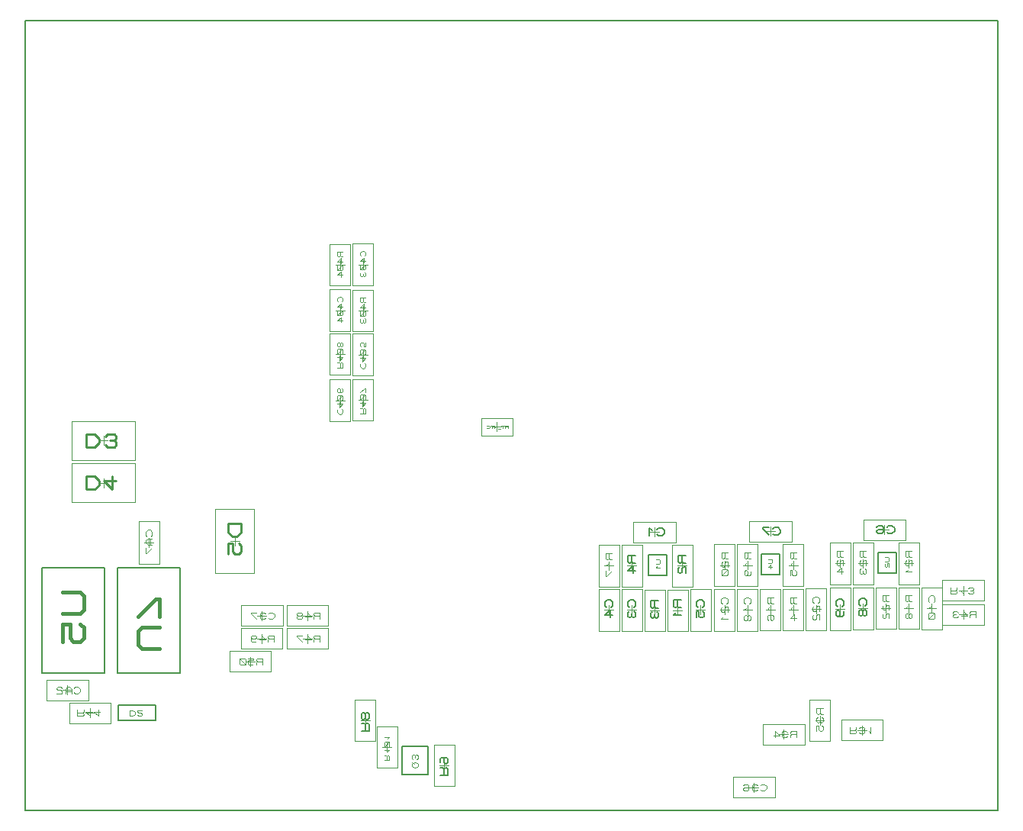
<source format=gbr>
G04 PROTEUS GERBER X2 FILE*
%TF.GenerationSoftware,Labcenter,Proteus,8.7-SP3-Build25561*%
%TF.CreationDate,2021-07-04T19:39:20+00:00*%
%TF.FileFunction,AssemblyDrawing,Bot*%
%TF.FilePolarity,Positive*%
%TF.Part,Single*%
%TF.SameCoordinates,{804bfe34-88de-486f-8887-f5b9ed786e22}*%
%FSLAX45Y45*%
%MOMM*%
G01*
%TA.AperFunction,Profile*%
%ADD42C,0.203200*%
%TA.AperFunction,Material*%
%ADD119C,0.050000*%
%ADD132C,0.095000*%
%ADD127C,0.093000*%
%ADD48C,0.203200*%
%ADD117C,0.389040*%
%ADD124C,0.118750*%
%ADD147C,0.100580*%
%ADD120C,0.116250*%
%ADD148C,0.050710*%
%ADD133C,0.141000*%
%ADD134C,0.103290*%
%ADD149C,0.238330*%
%ADD150C,0.076660*%
%TD.AperFunction*%
D42*
X-1079500Y-6413500D02*
X+9715500Y-6413500D01*
X+9715500Y+2349500D01*
X-1079500Y+2349500D01*
X-1079500Y-6413500D01*
D119*
X+2528000Y-631000D02*
X+2528000Y-1101000D01*
X+2298000Y-1101000D01*
X+2298000Y-631000D01*
X+2528000Y-631000D01*
X+2363000Y-866000D02*
X+2463000Y-866000D01*
X+2413000Y-916000D02*
X+2413000Y-816000D01*
D132*
X+2432000Y-771000D02*
X+2441500Y-761500D01*
X+2441500Y-733000D01*
X+2422500Y-714000D01*
X+2403500Y-714000D01*
X+2384500Y-733000D01*
X+2384500Y-761500D01*
X+2394000Y-771000D01*
X+2422500Y-847000D02*
X+2422500Y-790000D01*
X+2384500Y-828000D01*
X+2441500Y-828000D01*
X+2432000Y-866000D02*
X+2394000Y-866000D01*
X+2384500Y-875500D01*
X+2384500Y-913500D01*
X+2394000Y-923000D01*
X+2432000Y-923000D01*
X+2441500Y-913500D01*
X+2441500Y-875500D01*
X+2432000Y-866000D01*
X+2441500Y-866000D02*
X+2384500Y-923000D01*
X+2422500Y-999000D02*
X+2422500Y-942000D01*
X+2384500Y-980000D01*
X+2441500Y-980000D01*
D119*
X+2528000Y-133000D02*
X+2528000Y-593000D01*
X+2298000Y-593000D01*
X+2298000Y-133000D01*
X+2528000Y-133000D01*
X+2363000Y-363000D02*
X+2463000Y-363000D01*
X+2413000Y-413000D02*
X+2413000Y-313000D01*
D127*
X+2440900Y-214200D02*
X+2385100Y-214200D01*
X+2385100Y-260700D01*
X+2394400Y-270000D01*
X+2403700Y-270000D01*
X+2413000Y-260700D01*
X+2413000Y-214200D01*
X+2413000Y-260700D02*
X+2422300Y-270000D01*
X+2440900Y-270000D01*
X+2422300Y-344400D02*
X+2422300Y-288600D01*
X+2385100Y-325800D01*
X+2440900Y-325800D01*
X+2431600Y-363000D02*
X+2394400Y-363000D01*
X+2385100Y-372300D01*
X+2385100Y-409500D01*
X+2394400Y-418800D01*
X+2431600Y-418800D01*
X+2440900Y-409500D01*
X+2440900Y-372300D01*
X+2431600Y-363000D01*
X+2440900Y-363000D02*
X+2385100Y-418800D01*
X+2422300Y-493200D02*
X+2422300Y-437400D01*
X+2385100Y-474600D01*
X+2440900Y-474600D01*
D119*
X+2782000Y-123000D02*
X+2782000Y-593000D01*
X+2552000Y-593000D01*
X+2552000Y-123000D01*
X+2782000Y-123000D01*
X+2617000Y-358000D02*
X+2717000Y-358000D01*
X+2667000Y-408000D02*
X+2667000Y-308000D01*
D132*
X+2686000Y-263000D02*
X+2695500Y-253500D01*
X+2695500Y-225000D01*
X+2676500Y-206000D01*
X+2657500Y-206000D01*
X+2638500Y-225000D01*
X+2638500Y-253500D01*
X+2648000Y-263000D01*
X+2676500Y-339000D02*
X+2676500Y-282000D01*
X+2638500Y-320000D01*
X+2695500Y-320000D01*
X+2686000Y-358000D02*
X+2648000Y-358000D01*
X+2638500Y-367500D01*
X+2638500Y-405500D01*
X+2648000Y-415000D01*
X+2686000Y-415000D01*
X+2695500Y-405500D01*
X+2695500Y-367500D01*
X+2686000Y-358000D01*
X+2695500Y-358000D02*
X+2638500Y-415000D01*
X+2648000Y-443500D02*
X+2638500Y-453000D01*
X+2638500Y-481500D01*
X+2648000Y-491000D01*
X+2657500Y-491000D01*
X+2667000Y-481500D01*
X+2676500Y-491000D01*
X+2686000Y-491000D01*
X+2695500Y-481500D01*
X+2695500Y-453000D01*
X+2686000Y-443500D01*
X+2667000Y-462500D02*
X+2667000Y-481500D01*
D119*
X+2782000Y-641000D02*
X+2782000Y-1101000D01*
X+2552000Y-1101000D01*
X+2552000Y-641000D01*
X+2782000Y-641000D01*
X+2617000Y-871000D02*
X+2717000Y-871000D01*
X+2667000Y-921000D02*
X+2667000Y-821000D01*
D127*
X+2694900Y-722200D02*
X+2639100Y-722200D01*
X+2639100Y-768700D01*
X+2648400Y-778000D01*
X+2657700Y-778000D01*
X+2667000Y-768700D01*
X+2667000Y-722200D01*
X+2667000Y-768700D02*
X+2676300Y-778000D01*
X+2694900Y-778000D01*
X+2676300Y-852400D02*
X+2676300Y-796600D01*
X+2639100Y-833800D01*
X+2694900Y-833800D01*
X+2685600Y-871000D02*
X+2648400Y-871000D01*
X+2639100Y-880300D01*
X+2639100Y-917500D01*
X+2648400Y-926800D01*
X+2685600Y-926800D01*
X+2694900Y-917500D01*
X+2694900Y-880300D01*
X+2685600Y-871000D01*
X+2694900Y-871000D02*
X+2639100Y-926800D01*
X+2648400Y-954700D02*
X+2639100Y-964000D01*
X+2639100Y-991900D01*
X+2648400Y-1001200D01*
X+2657700Y-1001200D01*
X+2667000Y-991900D01*
X+2676300Y-1001200D01*
X+2685600Y-1001200D01*
X+2694900Y-991900D01*
X+2694900Y-964000D01*
X+2685600Y-954700D01*
X+2667000Y-973300D02*
X+2667000Y-991900D01*
D48*
X-895350Y-4889500D02*
X-196850Y-4889500D01*
X-196850Y-3722370D01*
X-895350Y-3722370D01*
X-895350Y-4889500D01*
D117*
X-662813Y-3994701D02*
X-468291Y-3994701D01*
X-429387Y-4033605D01*
X-429387Y-4189222D01*
X-468291Y-4228126D01*
X-662813Y-4228126D01*
X-662813Y-4539360D02*
X-662813Y-4344839D01*
X-585004Y-4344839D01*
X-585004Y-4500456D01*
X-546100Y-4539360D01*
X-468291Y-4539360D01*
X-429387Y-4500456D01*
X-429387Y-4383743D01*
X-468291Y-4344839D01*
D48*
X-57150Y-4889500D02*
X+641350Y-4889500D01*
X+641350Y-3722370D01*
X-57150Y-3722370D01*
X-57150Y-4889500D01*
D117*
X+408813Y-4617169D02*
X+214291Y-4617169D01*
X+175387Y-4578265D01*
X+175387Y-4422648D01*
X+214291Y-4383744D01*
X+408813Y-4383744D01*
X+408813Y-4267031D02*
X+408813Y-4072510D01*
X+369909Y-4072510D01*
X+175387Y-4267031D01*
D119*
X-377000Y-5195000D02*
X-847000Y-5195000D01*
X-847000Y-4965000D01*
X-377000Y-4965000D01*
X-377000Y-5195000D01*
X-612000Y-5030000D02*
X-612000Y-5130000D01*
X-662000Y-5080000D02*
X-562000Y-5080000D01*
D124*
X-540750Y-5103750D02*
X-528875Y-5115625D01*
X-493250Y-5115625D01*
X-469500Y-5091875D01*
X-469500Y-5068125D01*
X-493250Y-5044375D01*
X-528875Y-5044375D01*
X-540750Y-5056250D01*
X-564500Y-5115625D02*
X-564500Y-5068125D01*
X-588250Y-5044375D01*
X-612000Y-5044375D01*
X-635750Y-5068125D01*
X-635750Y-5115625D01*
X-564500Y-5091875D02*
X-635750Y-5091875D01*
X-671375Y-5056250D02*
X-683250Y-5044375D01*
X-718875Y-5044375D01*
X-730750Y-5056250D01*
X-730750Y-5068125D01*
X-718875Y-5080000D01*
X-683250Y-5080000D01*
X-671375Y-5091875D01*
X-671375Y-5115625D01*
X-730750Y-5115625D01*
D119*
X+407100Y-3209100D02*
X+407100Y-3679100D01*
X+177100Y-3679100D01*
X+177100Y-3209100D01*
X+407100Y-3209100D01*
X+242100Y-3444100D02*
X+342100Y-3444100D01*
X+292100Y-3494100D02*
X+292100Y-3394100D01*
D124*
X+315850Y-3372850D02*
X+327725Y-3360975D01*
X+327725Y-3325350D01*
X+303975Y-3301600D01*
X+280225Y-3301600D01*
X+256475Y-3325350D01*
X+256475Y-3360975D01*
X+268350Y-3372850D01*
X+327725Y-3396600D02*
X+280225Y-3396600D01*
X+256475Y-3420350D01*
X+256475Y-3444100D01*
X+280225Y-3467850D01*
X+327725Y-3467850D01*
X+303975Y-3396600D02*
X+303975Y-3467850D01*
X+256475Y-3503475D02*
X+256475Y-3562850D01*
X+268350Y-3562850D01*
X+327725Y-3503475D01*
D119*
X+2782000Y-1121500D02*
X+2782000Y-1591500D01*
X+2552000Y-1591500D01*
X+2552000Y-1121500D01*
X+2782000Y-1121500D01*
X+2617000Y-1356500D02*
X+2717000Y-1356500D01*
X+2667000Y-1406500D02*
X+2667000Y-1306500D01*
D132*
X+2648000Y-1451500D02*
X+2638500Y-1461000D01*
X+2638500Y-1489500D01*
X+2657500Y-1508500D01*
X+2676500Y-1508500D01*
X+2695500Y-1489500D01*
X+2695500Y-1461000D01*
X+2686000Y-1451500D01*
X+2657500Y-1375500D02*
X+2657500Y-1432500D01*
X+2695500Y-1394500D01*
X+2638500Y-1394500D01*
X+2648000Y-1356500D02*
X+2686000Y-1356500D01*
X+2695500Y-1347000D01*
X+2695500Y-1309000D01*
X+2686000Y-1299500D01*
X+2648000Y-1299500D01*
X+2638500Y-1309000D01*
X+2638500Y-1347000D01*
X+2648000Y-1356500D01*
X+2638500Y-1356500D02*
X+2695500Y-1299500D01*
X+2695500Y-1223500D02*
X+2695500Y-1271000D01*
X+2676500Y-1271000D01*
X+2676500Y-1233000D01*
X+2667000Y-1223500D01*
X+2648000Y-1223500D01*
X+2638500Y-1233000D01*
X+2638500Y-1261500D01*
X+2648000Y-1271000D01*
D119*
X+2528000Y-1629500D02*
X+2528000Y-2099500D01*
X+2298000Y-2099500D01*
X+2298000Y-1629500D01*
X+2528000Y-1629500D01*
X+2363000Y-1864500D02*
X+2463000Y-1864500D01*
X+2413000Y-1914500D02*
X+2413000Y-1814500D01*
D132*
X+2394000Y-1959500D02*
X+2384500Y-1969000D01*
X+2384500Y-1997500D01*
X+2403500Y-2016500D01*
X+2422500Y-2016500D01*
X+2441500Y-1997500D01*
X+2441500Y-1969000D01*
X+2432000Y-1959500D01*
X+2403500Y-1883500D02*
X+2403500Y-1940500D01*
X+2441500Y-1902500D01*
X+2384500Y-1902500D01*
X+2394000Y-1864500D02*
X+2432000Y-1864500D01*
X+2441500Y-1855000D01*
X+2441500Y-1817000D01*
X+2432000Y-1807500D01*
X+2394000Y-1807500D01*
X+2384500Y-1817000D01*
X+2384500Y-1855000D01*
X+2394000Y-1864500D01*
X+2384500Y-1864500D02*
X+2441500Y-1807500D01*
X+2432000Y-1731500D02*
X+2441500Y-1741000D01*
X+2441500Y-1769500D01*
X+2432000Y-1779000D01*
X+2394000Y-1779000D01*
X+2384500Y-1769500D01*
X+2384500Y-1741000D01*
X+2394000Y-1731500D01*
X+2403500Y-1731500D01*
X+2413000Y-1741000D01*
X+2413000Y-1779000D01*
D119*
X+2782000Y-1629500D02*
X+2782000Y-2089500D01*
X+2552000Y-2089500D01*
X+2552000Y-1629500D01*
X+2782000Y-1629500D01*
X+2617000Y-1859500D02*
X+2717000Y-1859500D01*
X+2667000Y-1909500D02*
X+2667000Y-1809500D01*
D127*
X+2639100Y-2008300D02*
X+2694900Y-2008300D01*
X+2694900Y-1961800D01*
X+2685600Y-1952500D01*
X+2676300Y-1952500D01*
X+2667000Y-1961800D01*
X+2667000Y-2008300D01*
X+2667000Y-1961800D02*
X+2657700Y-1952500D01*
X+2639100Y-1952500D01*
X+2657700Y-1878100D02*
X+2657700Y-1933900D01*
X+2694900Y-1896700D01*
X+2639100Y-1896700D01*
X+2648400Y-1859500D02*
X+2685600Y-1859500D01*
X+2694900Y-1850200D01*
X+2694900Y-1813000D01*
X+2685600Y-1803700D01*
X+2648400Y-1803700D01*
X+2639100Y-1813000D01*
X+2639100Y-1850200D01*
X+2648400Y-1859500D01*
X+2639100Y-1859500D02*
X+2694900Y-1803700D01*
X+2694900Y-1775800D02*
X+2694900Y-1729300D01*
X+2685600Y-1729300D01*
X+2639100Y-1775800D01*
D119*
X+2528000Y-1121500D02*
X+2528000Y-1581500D01*
X+2298000Y-1581500D01*
X+2298000Y-1121500D01*
X+2528000Y-1121500D01*
X+2363000Y-1351500D02*
X+2463000Y-1351500D01*
X+2413000Y-1401500D02*
X+2413000Y-1301500D01*
D127*
X+2385100Y-1500300D02*
X+2440900Y-1500300D01*
X+2440900Y-1453800D01*
X+2431600Y-1444500D01*
X+2422300Y-1444500D01*
X+2413000Y-1453800D01*
X+2413000Y-1500300D01*
X+2413000Y-1453800D02*
X+2403700Y-1444500D01*
X+2385100Y-1444500D01*
X+2403700Y-1370100D02*
X+2403700Y-1425900D01*
X+2440900Y-1388700D01*
X+2385100Y-1388700D01*
X+2394400Y-1351500D02*
X+2431600Y-1351500D01*
X+2440900Y-1342200D01*
X+2440900Y-1305000D01*
X+2431600Y-1295700D01*
X+2394400Y-1295700D01*
X+2385100Y-1305000D01*
X+2385100Y-1342200D01*
X+2394400Y-1351500D01*
X+2385100Y-1351500D02*
X+2440900Y-1295700D01*
X+2413000Y-1258500D02*
X+2422300Y-1267800D01*
X+2431600Y-1267800D01*
X+2440900Y-1258500D01*
X+2440900Y-1230600D01*
X+2431600Y-1221300D01*
X+2422300Y-1221300D01*
X+2413000Y-1230600D01*
X+2413000Y-1258500D01*
X+2403700Y-1267800D01*
X+2394400Y-1267800D01*
X+2385100Y-1258500D01*
X+2385100Y-1230600D01*
X+2394400Y-1221300D01*
X+2403700Y-1221300D01*
X+2413000Y-1230600D01*
D119*
X+7243000Y-6274500D02*
X+6773000Y-6274500D01*
X+6773000Y-6044500D01*
X+7243000Y-6044500D01*
X+7243000Y-6274500D01*
X+7008000Y-6109500D02*
X+7008000Y-6209500D01*
X+6958000Y-6159500D02*
X+7058000Y-6159500D01*
D124*
X+7079250Y-6183250D02*
X+7091125Y-6195125D01*
X+7126750Y-6195125D01*
X+7150500Y-6171375D01*
X+7150500Y-6147625D01*
X+7126750Y-6123875D01*
X+7091125Y-6123875D01*
X+7079250Y-6135750D01*
X+7043625Y-6135750D02*
X+7031750Y-6123875D01*
X+6996125Y-6123875D01*
X+6984250Y-6135750D01*
X+6984250Y-6147625D01*
X+6996125Y-6159500D01*
X+6984250Y-6171375D01*
X+6984250Y-6183250D01*
X+6996125Y-6195125D01*
X+7031750Y-6195125D01*
X+7043625Y-6183250D01*
X+7019875Y-6159500D02*
X+6996125Y-6159500D01*
X+6889250Y-6135750D02*
X+6901125Y-6123875D01*
X+6936750Y-6123875D01*
X+6948625Y-6135750D01*
X+6948625Y-6183250D01*
X+6936750Y-6195125D01*
X+6901125Y-6195125D01*
X+6889250Y-6183250D01*
X+6889250Y-6171375D01*
X+6901125Y-6159500D01*
X+6948625Y-6159500D01*
D119*
X+1782000Y-4369500D02*
X+1312000Y-4369500D01*
X+1312000Y-4139500D01*
X+1782000Y-4139500D01*
X+1782000Y-4369500D01*
X+1547000Y-4204500D02*
X+1547000Y-4304500D01*
X+1497000Y-4254500D02*
X+1597000Y-4254500D01*
D124*
X+1618250Y-4278250D02*
X+1630125Y-4290125D01*
X+1665750Y-4290125D01*
X+1689500Y-4266375D01*
X+1689500Y-4242625D01*
X+1665750Y-4218875D01*
X+1630125Y-4218875D01*
X+1618250Y-4230750D01*
X+1582625Y-4230750D02*
X+1570750Y-4218875D01*
X+1535125Y-4218875D01*
X+1523250Y-4230750D01*
X+1523250Y-4242625D01*
X+1535125Y-4254500D01*
X+1523250Y-4266375D01*
X+1523250Y-4278250D01*
X+1535125Y-4290125D01*
X+1570750Y-4290125D01*
X+1582625Y-4278250D01*
X+1558875Y-4254500D02*
X+1535125Y-4254500D01*
X+1487625Y-4218875D02*
X+1428250Y-4218875D01*
X+1428250Y-4230750D01*
X+1487625Y-4290125D01*
D48*
X-50800Y-5417820D02*
X+365760Y-5417820D01*
X+365760Y-5250180D01*
X-50800Y-5250180D01*
X-50800Y-5417820D01*
D147*
X+77013Y-5303824D02*
X+77013Y-5364175D01*
X+117246Y-5364175D01*
X+137363Y-5344058D01*
X+137363Y-5323941D01*
X+117246Y-5303824D01*
X+77013Y-5303824D01*
X+167538Y-5354116D02*
X+177596Y-5364175D01*
X+207771Y-5364175D01*
X+217830Y-5354116D01*
X+217830Y-5344058D01*
X+207771Y-5334000D01*
X+177596Y-5334000D01*
X+167538Y-5323941D01*
X+167538Y-5303824D01*
X+217830Y-5303824D01*
D119*
X+7979500Y-5409500D02*
X+8439500Y-5409500D01*
X+8439500Y-5639500D01*
X+7979500Y-5639500D01*
X+7979500Y-5409500D01*
X+8209500Y-5574500D02*
X+8209500Y-5474500D01*
X+8259500Y-5524500D02*
X+8159500Y-5524500D01*
D120*
X+8070000Y-5489625D02*
X+8070000Y-5559375D01*
X+8128125Y-5559375D01*
X+8139750Y-5547750D01*
X+8139750Y-5536125D01*
X+8128125Y-5524500D01*
X+8070000Y-5524500D01*
X+8128125Y-5524500D02*
X+8139750Y-5512875D01*
X+8139750Y-5489625D01*
X+8174625Y-5547750D02*
X+8186250Y-5559375D01*
X+8221125Y-5559375D01*
X+8232750Y-5547750D01*
X+8232750Y-5536125D01*
X+8221125Y-5524500D01*
X+8232750Y-5512875D01*
X+8232750Y-5501250D01*
X+8221125Y-5489625D01*
X+8186250Y-5489625D01*
X+8174625Y-5501250D01*
X+8197875Y-5524500D02*
X+8221125Y-5524500D01*
X+8279250Y-5536125D02*
X+8302500Y-5559375D01*
X+8302500Y-5489625D01*
D119*
X+7108500Y-5455499D02*
X+7568500Y-5455499D01*
X+7568500Y-5685499D01*
X+7108500Y-5685499D01*
X+7108500Y-5455499D01*
X+7338500Y-5620499D02*
X+7338500Y-5520499D01*
X+7388500Y-5570499D02*
X+7288500Y-5570499D01*
D120*
X+7478000Y-5605374D02*
X+7478000Y-5535624D01*
X+7419875Y-5535624D01*
X+7408250Y-5547249D01*
X+7408250Y-5558874D01*
X+7419875Y-5570499D01*
X+7478000Y-5570499D01*
X+7419875Y-5570499D02*
X+7408250Y-5582124D01*
X+7408250Y-5605374D01*
X+7373375Y-5547249D02*
X+7361750Y-5535624D01*
X+7326875Y-5535624D01*
X+7315250Y-5547249D01*
X+7315250Y-5558874D01*
X+7326875Y-5570499D01*
X+7315250Y-5582124D01*
X+7315250Y-5593749D01*
X+7326875Y-5605374D01*
X+7361750Y-5605374D01*
X+7373375Y-5593749D01*
X+7350125Y-5570499D02*
X+7326875Y-5570499D01*
X+7222250Y-5582124D02*
X+7292000Y-5582124D01*
X+7245500Y-5535624D01*
X+7245500Y-5605374D01*
D119*
X+7622500Y-5645500D02*
X+7622500Y-5185500D01*
X+7852500Y-5185500D01*
X+7852500Y-5645500D01*
X+7622500Y-5645500D01*
X+7787500Y-5415500D02*
X+7687500Y-5415500D01*
X+7737500Y-5365500D02*
X+7737500Y-5465500D01*
D120*
X+7772375Y-5276000D02*
X+7702625Y-5276000D01*
X+7702625Y-5334125D01*
X+7714250Y-5345750D01*
X+7725875Y-5345750D01*
X+7737500Y-5334125D01*
X+7737500Y-5276000D01*
X+7737500Y-5334125D02*
X+7749125Y-5345750D01*
X+7772375Y-5345750D01*
X+7714250Y-5380625D02*
X+7702625Y-5392250D01*
X+7702625Y-5427125D01*
X+7714250Y-5438750D01*
X+7725875Y-5438750D01*
X+7737500Y-5427125D01*
X+7749125Y-5438750D01*
X+7760750Y-5438750D01*
X+7772375Y-5427125D01*
X+7772375Y-5392250D01*
X+7760750Y-5380625D01*
X+7737500Y-5403875D02*
X+7737500Y-5427125D01*
X+7702625Y-5531750D02*
X+7702625Y-5473625D01*
X+7725875Y-5473625D01*
X+7725875Y-5520125D01*
X+7737500Y-5531750D01*
X+7760750Y-5531750D01*
X+7772375Y-5520125D01*
X+7772375Y-5485250D01*
X+7760750Y-5473625D01*
D119*
X+9099200Y-4126800D02*
X+9559200Y-4126800D01*
X+9559200Y-4356800D01*
X+9099200Y-4356800D01*
X+9099200Y-4126800D01*
X+9329200Y-4291800D02*
X+9329200Y-4191800D01*
X+9379200Y-4241800D02*
X+9279200Y-4241800D01*
D120*
X+9468700Y-4276675D02*
X+9468700Y-4206925D01*
X+9410575Y-4206925D01*
X+9398950Y-4218550D01*
X+9398950Y-4230175D01*
X+9410575Y-4241800D01*
X+9468700Y-4241800D01*
X+9410575Y-4241800D02*
X+9398950Y-4253425D01*
X+9398950Y-4276675D01*
X+9305950Y-4253425D02*
X+9375700Y-4253425D01*
X+9329200Y-4206925D01*
X+9329200Y-4276675D01*
X+9271075Y-4218550D02*
X+9259450Y-4206925D01*
X+9224575Y-4206925D01*
X+9212950Y-4218550D01*
X+9212950Y-4230175D01*
X+9224575Y-4241800D01*
X+9212950Y-4253425D01*
X+9212950Y-4265050D01*
X+9224575Y-4276675D01*
X+9259450Y-4276675D01*
X+9271075Y-4265050D01*
X+9247825Y-4241800D02*
X+9224575Y-4241800D01*
D119*
X-133000Y-5449000D02*
X-593000Y-5449000D01*
X-593000Y-5219000D01*
X-133000Y-5219000D01*
X-133000Y-5449000D01*
X-363000Y-5284000D02*
X-363000Y-5384000D01*
X-413000Y-5334000D02*
X-313000Y-5334000D01*
D120*
X-502500Y-5299125D02*
X-502500Y-5368875D01*
X-444375Y-5368875D01*
X-432750Y-5357250D01*
X-432750Y-5345625D01*
X-444375Y-5334000D01*
X-502500Y-5334000D01*
X-444375Y-5334000D02*
X-432750Y-5322375D01*
X-432750Y-5299125D01*
X-339750Y-5322375D02*
X-409500Y-5322375D01*
X-363000Y-5368875D01*
X-363000Y-5299125D01*
X-246750Y-5322375D02*
X-316500Y-5322375D01*
X-270000Y-5368875D01*
X-270000Y-5299125D01*
D119*
X+1820000Y-4393500D02*
X+2280000Y-4393500D01*
X+2280000Y-4623500D01*
X+1820000Y-4623500D01*
X+1820000Y-4393500D01*
X+2050000Y-4558500D02*
X+2050000Y-4458500D01*
X+2100000Y-4508500D02*
X+2000000Y-4508500D01*
D120*
X+2189500Y-4543375D02*
X+2189500Y-4473625D01*
X+2131375Y-4473625D01*
X+2119750Y-4485250D01*
X+2119750Y-4496875D01*
X+2131375Y-4508500D01*
X+2189500Y-4508500D01*
X+2131375Y-4508500D02*
X+2119750Y-4520125D01*
X+2119750Y-4543375D01*
X+2026750Y-4520125D02*
X+2096500Y-4520125D01*
X+2050000Y-4473625D01*
X+2050000Y-4543375D01*
X+1991875Y-4473625D02*
X+1933750Y-4473625D01*
X+1933750Y-4485250D01*
X+1991875Y-4543375D01*
D119*
X+1820000Y-4139500D02*
X+2280000Y-4139500D01*
X+2280000Y-4369500D01*
X+1820000Y-4369500D01*
X+1820000Y-4139500D01*
X+2050000Y-4304500D02*
X+2050000Y-4204500D01*
X+2100000Y-4254500D02*
X+2000000Y-4254500D01*
D120*
X+2189500Y-4289375D02*
X+2189500Y-4219625D01*
X+2131375Y-4219625D01*
X+2119750Y-4231250D01*
X+2119750Y-4242875D01*
X+2131375Y-4254500D01*
X+2189500Y-4254500D01*
X+2131375Y-4254500D02*
X+2119750Y-4266125D01*
X+2119750Y-4289375D01*
X+2026750Y-4266125D02*
X+2096500Y-4266125D01*
X+2050000Y-4219625D01*
X+2050000Y-4289375D01*
X+1980250Y-4254500D02*
X+1991875Y-4242875D01*
X+1991875Y-4231250D01*
X+1980250Y-4219625D01*
X+1945375Y-4219625D01*
X+1933750Y-4231250D01*
X+1933750Y-4242875D01*
X+1945375Y-4254500D01*
X+1980250Y-4254500D01*
X+1991875Y-4266125D01*
X+1991875Y-4277750D01*
X+1980250Y-4289375D01*
X+1945375Y-4289375D01*
X+1933750Y-4277750D01*
X+1933750Y-4266125D01*
X+1945375Y-4254500D01*
D119*
X+1312000Y-4393500D02*
X+1772000Y-4393500D01*
X+1772000Y-4623500D01*
X+1312000Y-4623500D01*
X+1312000Y-4393500D01*
X+1542000Y-4558500D02*
X+1542000Y-4458500D01*
X+1592000Y-4508500D02*
X+1492000Y-4508500D01*
D120*
X+1681500Y-4543375D02*
X+1681500Y-4473625D01*
X+1623375Y-4473625D01*
X+1611750Y-4485250D01*
X+1611750Y-4496875D01*
X+1623375Y-4508500D01*
X+1681500Y-4508500D01*
X+1623375Y-4508500D02*
X+1611750Y-4520125D01*
X+1611750Y-4543375D01*
X+1518750Y-4520125D02*
X+1588500Y-4520125D01*
X+1542000Y-4473625D01*
X+1542000Y-4543375D01*
X+1425750Y-4496875D02*
X+1437375Y-4508500D01*
X+1472250Y-4508500D01*
X+1483875Y-4496875D01*
X+1483875Y-4485250D01*
X+1472250Y-4473625D01*
X+1437375Y-4473625D01*
X+1425750Y-4485250D01*
X+1425750Y-4531750D01*
X+1437375Y-4543375D01*
X+1472250Y-4543375D01*
D119*
X+1645000Y-4877500D02*
X+1185000Y-4877500D01*
X+1185000Y-4647500D01*
X+1645000Y-4647500D01*
X+1645000Y-4877500D01*
X+1415000Y-4712500D02*
X+1415000Y-4812500D01*
X+1365000Y-4762500D02*
X+1465000Y-4762500D01*
D120*
X+1554500Y-4797375D02*
X+1554500Y-4727625D01*
X+1496375Y-4727625D01*
X+1484750Y-4739250D01*
X+1484750Y-4750875D01*
X+1496375Y-4762500D01*
X+1554500Y-4762500D01*
X+1496375Y-4762500D02*
X+1484750Y-4774125D01*
X+1484750Y-4797375D01*
X+1391750Y-4727625D02*
X+1449875Y-4727625D01*
X+1449875Y-4750875D01*
X+1403375Y-4750875D01*
X+1391750Y-4762500D01*
X+1391750Y-4785750D01*
X+1403375Y-4797375D01*
X+1438250Y-4797375D01*
X+1449875Y-4785750D01*
X+1368500Y-4785750D02*
X+1368500Y-4739250D01*
X+1356875Y-4727625D01*
X+1310375Y-4727625D01*
X+1298750Y-4739250D01*
X+1298750Y-4785750D01*
X+1310375Y-4797375D01*
X+1356875Y-4797375D01*
X+1368500Y-4785750D01*
X+1368500Y-4797375D02*
X+1298750Y-4727625D01*
D119*
X+3979500Y-2059000D02*
X+4329500Y-2059000D01*
X+4329500Y-2259000D01*
X+3979500Y-2259000D01*
X+3979500Y-2059000D01*
X+4154500Y-2209000D02*
X+4154500Y-2109000D01*
X+4204500Y-2159000D02*
X+4104500Y-2159000D01*
D148*
X+4276213Y-2174215D02*
X+4276213Y-2143786D01*
X+4250857Y-2143786D01*
X+4245785Y-2148858D01*
X+4245785Y-2153929D01*
X+4250857Y-2159000D01*
X+4276213Y-2159000D01*
X+4250857Y-2159000D02*
X+4245785Y-2164072D01*
X+4245785Y-2174215D01*
X+4235642Y-2143786D02*
X+4205214Y-2143786D01*
X+4220428Y-2143786D02*
X+4220428Y-2174215D01*
X+4195071Y-2179286D02*
X+4164643Y-2179286D01*
X+4154500Y-2174215D02*
X+4154500Y-2143786D01*
X+4124072Y-2174215D01*
X+4124072Y-2143786D01*
X+4113929Y-2143786D02*
X+4083501Y-2143786D01*
X+4098715Y-2143786D02*
X+4098715Y-2174215D01*
X+4042930Y-2169143D02*
X+4048002Y-2174215D01*
X+4063216Y-2174215D01*
X+4073358Y-2164072D01*
X+4073358Y-2153929D01*
X+4063216Y-2143786D01*
X+4048002Y-2143786D01*
X+4042930Y-2148858D01*
D119*
X+2577400Y-5647600D02*
X+2577400Y-5187600D01*
X+2807400Y-5187600D01*
X+2807400Y-5647600D01*
X+2577400Y-5647600D01*
X+2742400Y-5417600D02*
X+2642400Y-5417600D01*
X+2692400Y-5367600D02*
X+2692400Y-5467600D01*
D133*
X+2650100Y-5530400D02*
X+2734700Y-5530400D01*
X+2734700Y-5459900D01*
X+2720600Y-5445800D01*
X+2706500Y-5445800D01*
X+2692400Y-5459900D01*
X+2692400Y-5530400D01*
X+2692400Y-5459900D02*
X+2678300Y-5445800D01*
X+2650100Y-5445800D01*
X+2692400Y-5389400D02*
X+2706500Y-5403500D01*
X+2720600Y-5403500D01*
X+2734700Y-5389400D01*
X+2734700Y-5347100D01*
X+2720600Y-5333000D01*
X+2706500Y-5333000D01*
X+2692400Y-5347100D01*
X+2692400Y-5389400D01*
X+2678300Y-5403500D01*
X+2664200Y-5403500D01*
X+2650100Y-5389400D01*
X+2650100Y-5347100D01*
X+2664200Y-5333000D01*
X+2678300Y-5333000D01*
X+2692400Y-5347100D01*
D119*
X+3683700Y-5682900D02*
X+3683700Y-6142900D01*
X+3453700Y-6142900D01*
X+3453700Y-5682900D01*
X+3683700Y-5682900D01*
X+3518700Y-5912900D02*
X+3618700Y-5912900D01*
X+3568700Y-5962900D02*
X+3568700Y-5862900D01*
D133*
X+3526400Y-6025700D02*
X+3611000Y-6025700D01*
X+3611000Y-5955200D01*
X+3596900Y-5941100D01*
X+3582800Y-5941100D01*
X+3568700Y-5955200D01*
X+3568700Y-6025700D01*
X+3568700Y-5955200D02*
X+3554600Y-5941100D01*
X+3526400Y-5941100D01*
X+3582800Y-5828300D02*
X+3568700Y-5842400D01*
X+3568700Y-5884700D01*
X+3582800Y-5898800D01*
X+3596900Y-5898800D01*
X+3611000Y-5884700D01*
X+3611000Y-5842400D01*
X+3596900Y-5828300D01*
X+3540500Y-5828300D01*
X+3526400Y-5842400D01*
X+3526400Y-5884700D01*
D119*
X+2818700Y-5939700D02*
X+2818700Y-5479700D01*
X+3048700Y-5479700D01*
X+3048700Y-5939700D01*
X+2818700Y-5939700D01*
X+2983700Y-5709700D02*
X+2883700Y-5709700D01*
X+2933700Y-5659700D02*
X+2933700Y-5759700D01*
D127*
X+2905800Y-5858500D02*
X+2961600Y-5858500D01*
X+2961600Y-5812000D01*
X+2952300Y-5802700D01*
X+2943000Y-5802700D01*
X+2933700Y-5812000D01*
X+2933700Y-5858500D01*
X+2933700Y-5812000D02*
X+2924400Y-5802700D01*
X+2905800Y-5802700D01*
X+2943000Y-5765500D02*
X+2961600Y-5746900D01*
X+2905800Y-5746900D01*
X+2915100Y-5709700D02*
X+2952300Y-5709700D01*
X+2961600Y-5700400D01*
X+2961600Y-5663200D01*
X+2952300Y-5653900D01*
X+2915100Y-5653900D01*
X+2905800Y-5663200D01*
X+2905800Y-5700400D01*
X+2915100Y-5709700D01*
X+2905800Y-5709700D02*
X+2961600Y-5653900D01*
X+2943000Y-5616700D02*
X+2961600Y-5598100D01*
X+2905800Y-5598100D01*
D48*
X+3098800Y-6014720D02*
X+3390900Y-6014720D01*
X+3390900Y-5704840D01*
X+3098800Y-5704840D01*
X+3098800Y-6014720D01*
D134*
X+3255179Y-5942414D02*
X+3275838Y-5921756D01*
X+3275838Y-5901097D01*
X+3255179Y-5880439D01*
X+3234521Y-5880439D01*
X+3213862Y-5901097D01*
X+3213862Y-5921756D01*
X+3234521Y-5942414D01*
X+3255179Y-5942414D01*
X+3234521Y-5901097D02*
X+3213862Y-5880439D01*
X+3265509Y-5849451D02*
X+3275838Y-5839122D01*
X+3275838Y-5808134D01*
X+3265509Y-5797805D01*
X+3255179Y-5797805D01*
X+3244850Y-5808134D01*
X+3234521Y-5797805D01*
X+3224191Y-5797805D01*
X+3213862Y-5808134D01*
X+3213862Y-5839122D01*
X+3224191Y-5849451D01*
X+3244850Y-5828793D02*
X+3244850Y-5808134D01*
D119*
X-567300Y-2566300D02*
X+142700Y-2566300D01*
X+142700Y-2996300D01*
X-567300Y-2996300D01*
X-567300Y-2566300D01*
X-212300Y-2831300D02*
X-212300Y-2731300D01*
X-162300Y-2781300D02*
X-262300Y-2781300D01*
D149*
X-402966Y-2709800D02*
X-402966Y-2852800D01*
X-307633Y-2852800D01*
X-259967Y-2805133D01*
X-259967Y-2757467D01*
X-307633Y-2709800D01*
X-402966Y-2709800D01*
X-69301Y-2757467D02*
X-212300Y-2757467D01*
X-116967Y-2852800D01*
X-116967Y-2709800D01*
D119*
X-567300Y-2096400D02*
X+142700Y-2096400D01*
X+142700Y-2526400D01*
X-567300Y-2526400D01*
X-567300Y-2096400D01*
X-212300Y-2361400D02*
X-212300Y-2261400D01*
X-162300Y-2311400D02*
X-262300Y-2311400D01*
D149*
X-402966Y-2239900D02*
X-402966Y-2382900D01*
X-307633Y-2382900D01*
X-259967Y-2335233D01*
X-259967Y-2287567D01*
X-307633Y-2239900D01*
X-402966Y-2239900D01*
X-188467Y-2359067D02*
X-164634Y-2382900D01*
X-93134Y-2382900D01*
X-69301Y-2359067D01*
X-69301Y-2335233D01*
X-93134Y-2311400D01*
X-69301Y-2287567D01*
X-69301Y-2263733D01*
X-93134Y-2239900D01*
X-164634Y-2239900D01*
X-188467Y-2263733D01*
X-140801Y-2311400D02*
X-93134Y-2311400D01*
D119*
X+1029600Y-3780400D02*
X+1029600Y-3070400D01*
X+1459600Y-3070400D01*
X+1459600Y-3780400D01*
X+1029600Y-3780400D01*
X+1294600Y-3425400D02*
X+1194600Y-3425400D01*
X+1244600Y-3375400D02*
X+1244600Y-3475400D01*
D149*
X+1316100Y-3234734D02*
X+1173100Y-3234734D01*
X+1173100Y-3330067D01*
X+1220767Y-3377733D01*
X+1268433Y-3377733D01*
X+1316100Y-3330067D01*
X+1316100Y-3234734D01*
X+1173100Y-3568399D02*
X+1173100Y-3449233D01*
X+1220767Y-3449233D01*
X+1220767Y-3544566D01*
X+1244600Y-3568399D01*
X+1292267Y-3568399D01*
X+1316100Y-3544566D01*
X+1316100Y-3473066D01*
X+1292267Y-3449233D01*
D119*
X+9559200Y-4090100D02*
X+9099200Y-4090100D01*
X+9099200Y-3860100D01*
X+9559200Y-3860100D01*
X+9559200Y-4090100D01*
X+9329200Y-3925100D02*
X+9329200Y-4025100D01*
X+9279200Y-3975100D02*
X+9379200Y-3975100D01*
D120*
X+9189700Y-3940225D02*
X+9189700Y-4009975D01*
X+9247825Y-4009975D01*
X+9259450Y-3998350D01*
X+9259450Y-3986725D01*
X+9247825Y-3975100D01*
X+9189700Y-3975100D01*
X+9247825Y-3975100D02*
X+9259450Y-3963475D01*
X+9259450Y-3940225D01*
X+9305950Y-3986725D02*
X+9329200Y-4009975D01*
X+9329200Y-3940225D01*
X+9387325Y-3998350D02*
X+9398950Y-4009975D01*
X+9433825Y-4009975D01*
X+9445450Y-3998350D01*
X+9445450Y-3986725D01*
X+9433825Y-3975100D01*
X+9445450Y-3963475D01*
X+9445450Y-3951850D01*
X+9433825Y-3940225D01*
X+9398950Y-3940225D01*
X+9387325Y-3951850D01*
X+9410575Y-3975100D02*
X+9433825Y-3975100D01*
D48*
X+5839460Y-3807500D02*
X+6042660Y-3807500D01*
X+6042660Y-3577500D01*
X+5839460Y-3577500D01*
X+5839460Y-3807500D01*
D150*
X+5918061Y-3631168D02*
X+5956394Y-3631168D01*
X+5964060Y-3638834D01*
X+5964060Y-3669500D01*
X+5956394Y-3677167D01*
X+5918061Y-3677167D01*
X+5933394Y-3707833D02*
X+5918061Y-3723166D01*
X+5964060Y-3723166D01*
D119*
X+6138100Y-3440300D02*
X+5668100Y-3440300D01*
X+5668100Y-3210300D01*
X+6138100Y-3210300D01*
X+6138100Y-3440300D01*
X+5903100Y-3275300D02*
X+5903100Y-3375300D01*
X+5853100Y-3325300D02*
X+5953100Y-3325300D01*
D133*
X+5931300Y-3353500D02*
X+5945400Y-3367600D01*
X+5987700Y-3367600D01*
X+6015900Y-3339400D01*
X+6015900Y-3311200D01*
X+5987700Y-3283000D01*
X+5945400Y-3283000D01*
X+5931300Y-3297100D01*
X+5874900Y-3311200D02*
X+5846700Y-3283000D01*
X+5846700Y-3367600D01*
D119*
X+5766500Y-3956300D02*
X+5766500Y-4426300D01*
X+5536500Y-4426300D01*
X+5536500Y-3956300D01*
X+5766500Y-3956300D01*
X+5601500Y-4191300D02*
X+5701500Y-4191300D01*
X+5651500Y-4241300D02*
X+5651500Y-4141300D01*
D133*
X+5679700Y-4163100D02*
X+5693800Y-4149000D01*
X+5693800Y-4106700D01*
X+5665600Y-4078500D01*
X+5637400Y-4078500D01*
X+5609200Y-4106700D01*
X+5609200Y-4149000D01*
X+5623300Y-4163100D01*
X+5623300Y-4205400D02*
X+5609200Y-4219500D01*
X+5609200Y-4261800D01*
X+5623300Y-4275900D01*
X+5637400Y-4275900D01*
X+5651500Y-4261800D01*
X+5665600Y-4275900D01*
X+5679700Y-4275900D01*
X+5693800Y-4261800D01*
X+5693800Y-4219500D01*
X+5679700Y-4205400D01*
X+5651500Y-4233600D02*
X+5651500Y-4261800D01*
D119*
X+5282500Y-4426300D02*
X+5282500Y-3956300D01*
X+5512500Y-3956300D01*
X+5512500Y-4426300D01*
X+5282500Y-4426300D01*
X+5447500Y-4191300D02*
X+5347500Y-4191300D01*
X+5397500Y-4141300D02*
X+5397500Y-4241300D01*
D133*
X+5425700Y-4163100D02*
X+5439800Y-4149000D01*
X+5439800Y-4106700D01*
X+5411600Y-4078500D01*
X+5383400Y-4078500D01*
X+5355200Y-4106700D01*
X+5355200Y-4149000D01*
X+5369300Y-4163100D01*
X+5411600Y-4275900D02*
X+5411600Y-4191300D01*
X+5355200Y-4247700D01*
X+5439800Y-4247700D01*
D119*
X+6298500Y-4426300D02*
X+6298500Y-3956300D01*
X+6528500Y-3956300D01*
X+6528500Y-4426300D01*
X+6298500Y-4426300D01*
X+6463500Y-4191300D02*
X+6363500Y-4191300D01*
X+6413500Y-4141300D02*
X+6413500Y-4241300D01*
D133*
X+6441700Y-4163100D02*
X+6455800Y-4149000D01*
X+6455800Y-4106700D01*
X+6427600Y-4078500D01*
X+6399400Y-4078500D01*
X+6371200Y-4106700D01*
X+6371200Y-4149000D01*
X+6385300Y-4163100D01*
X+6371200Y-4275900D02*
X+6371200Y-4205400D01*
X+6399400Y-4205400D01*
X+6399400Y-4261800D01*
X+6413500Y-4275900D01*
X+6441700Y-4275900D01*
X+6455800Y-4261800D01*
X+6455800Y-4219500D01*
X+6441700Y-4205400D01*
D119*
X+6044500Y-4424200D02*
X+6044500Y-3964200D01*
X+6274500Y-3964200D01*
X+6274500Y-4424200D01*
X+6044500Y-4424200D01*
X+6209500Y-4194200D02*
X+6109500Y-4194200D01*
X+6159500Y-4144200D02*
X+6159500Y-4244200D01*
D133*
X+6201800Y-4081400D02*
X+6117200Y-4081400D01*
X+6117200Y-4151900D01*
X+6131300Y-4166000D01*
X+6145400Y-4166000D01*
X+6159500Y-4151900D01*
X+6159500Y-4081400D01*
X+6159500Y-4151900D02*
X+6173600Y-4166000D01*
X+6201800Y-4166000D01*
X+6145400Y-4222400D02*
X+6117200Y-4250600D01*
X+6201800Y-4250600D01*
D119*
X+6095300Y-3931000D02*
X+6095300Y-3471000D01*
X+6325300Y-3471000D01*
X+6325300Y-3931000D01*
X+6095300Y-3931000D01*
X+6260300Y-3701000D02*
X+6160300Y-3701000D01*
X+6210300Y-3651000D02*
X+6210300Y-3751000D01*
D133*
X+6252600Y-3588200D02*
X+6168000Y-3588200D01*
X+6168000Y-3658700D01*
X+6182100Y-3672800D01*
X+6196200Y-3672800D01*
X+6210300Y-3658700D01*
X+6210300Y-3588200D01*
X+6210300Y-3658700D02*
X+6224400Y-3672800D01*
X+6252600Y-3672800D01*
X+6182100Y-3715100D02*
X+6168000Y-3729200D01*
X+6168000Y-3771500D01*
X+6182100Y-3785600D01*
X+6196200Y-3785600D01*
X+6210300Y-3771500D01*
X+6210300Y-3729200D01*
X+6224400Y-3715100D01*
X+6252600Y-3715100D01*
X+6252600Y-3785600D01*
D119*
X+6020500Y-3966300D02*
X+6020500Y-4426300D01*
X+5790500Y-4426300D01*
X+5790500Y-3966300D01*
X+6020500Y-3966300D01*
X+5855500Y-4196300D02*
X+5955500Y-4196300D01*
X+5905500Y-4246300D02*
X+5905500Y-4146300D01*
D133*
X+5947800Y-4083500D02*
X+5863200Y-4083500D01*
X+5863200Y-4154000D01*
X+5877300Y-4168100D01*
X+5891400Y-4168100D01*
X+5905500Y-4154000D01*
X+5905500Y-4083500D01*
X+5905500Y-4154000D02*
X+5919600Y-4168100D01*
X+5947800Y-4168100D01*
X+5877300Y-4210400D02*
X+5863200Y-4224500D01*
X+5863200Y-4266800D01*
X+5877300Y-4280900D01*
X+5891400Y-4280900D01*
X+5905500Y-4266800D01*
X+5919600Y-4280900D01*
X+5933700Y-4280900D01*
X+5947800Y-4266800D01*
X+5947800Y-4224500D01*
X+5933700Y-4210400D01*
X+5905500Y-4238600D02*
X+5905500Y-4266800D01*
D119*
X+5536500Y-3931000D02*
X+5536500Y-3471000D01*
X+5766500Y-3471000D01*
X+5766500Y-3931000D01*
X+5536500Y-3931000D01*
X+5701500Y-3701000D02*
X+5601500Y-3701000D01*
X+5651500Y-3651000D02*
X+5651500Y-3751000D01*
D133*
X+5693800Y-3588200D02*
X+5609200Y-3588200D01*
X+5609200Y-3658700D01*
X+5623300Y-3672800D01*
X+5637400Y-3672800D01*
X+5651500Y-3658700D01*
X+5651500Y-3588200D01*
X+5651500Y-3658700D02*
X+5665600Y-3672800D01*
X+5693800Y-3672800D01*
X+5665600Y-3785600D02*
X+5665600Y-3701000D01*
X+5609200Y-3757400D01*
X+5693800Y-3757400D01*
D119*
X+5282500Y-3931000D02*
X+5282500Y-3471000D01*
X+5512500Y-3471000D01*
X+5512500Y-3931000D01*
X+5282500Y-3931000D01*
X+5447500Y-3701000D02*
X+5347500Y-3701000D01*
X+5397500Y-3651000D02*
X+5397500Y-3751000D01*
D120*
X+5432375Y-3561500D02*
X+5362625Y-3561500D01*
X+5362625Y-3619625D01*
X+5374250Y-3631250D01*
X+5385875Y-3631250D01*
X+5397500Y-3619625D01*
X+5397500Y-3561500D01*
X+5397500Y-3619625D02*
X+5409125Y-3631250D01*
X+5432375Y-3631250D01*
X+5385875Y-3677750D02*
X+5362625Y-3701000D01*
X+5432375Y-3701000D01*
X+5362625Y-3759125D02*
X+5362625Y-3817250D01*
X+5374250Y-3817250D01*
X+5432375Y-3759125D01*
D48*
X+7085560Y-3801800D02*
X+7288760Y-3801800D01*
X+7288760Y-3571800D01*
X+7085560Y-3571800D01*
X+7085560Y-3801800D01*
D150*
X+7164161Y-3625468D02*
X+7202494Y-3625468D01*
X+7210160Y-3633134D01*
X+7210160Y-3663800D01*
X+7202494Y-3671467D01*
X+7164161Y-3671467D01*
X+7194827Y-3732799D02*
X+7194827Y-3686800D01*
X+7164161Y-3717466D01*
X+7210160Y-3717466D01*
D119*
X+7425600Y-3432400D02*
X+6955600Y-3432400D01*
X+6955600Y-3202400D01*
X+7425600Y-3202400D01*
X+7425600Y-3432400D01*
X+7190600Y-3267400D02*
X+7190600Y-3367400D01*
X+7140600Y-3317400D02*
X+7240600Y-3317400D01*
D133*
X+7218800Y-3345600D02*
X+7232900Y-3359700D01*
X+7275200Y-3359700D01*
X+7303400Y-3331500D01*
X+7303400Y-3303300D01*
X+7275200Y-3275100D01*
X+7232900Y-3275100D01*
X+7218800Y-3289200D01*
X+7176500Y-3275100D02*
X+7106000Y-3275100D01*
X+7106000Y-3289200D01*
X+7176500Y-3359700D01*
D119*
X+7049200Y-3956300D02*
X+7049200Y-4426300D01*
X+6819200Y-4426300D01*
X+6819200Y-3956300D01*
X+7049200Y-3956300D01*
X+6884200Y-4191300D02*
X+6984200Y-4191300D01*
X+6934200Y-4241300D02*
X+6934200Y-4141300D01*
D124*
X+6957950Y-4120050D02*
X+6969825Y-4108175D01*
X+6969825Y-4072550D01*
X+6946075Y-4048800D01*
X+6922325Y-4048800D01*
X+6898575Y-4072550D01*
X+6898575Y-4108175D01*
X+6910450Y-4120050D01*
X+6922325Y-4167550D02*
X+6898575Y-4191300D01*
X+6969825Y-4191300D01*
X+6934200Y-4262550D02*
X+6922325Y-4250675D01*
X+6910450Y-4250675D01*
X+6898575Y-4262550D01*
X+6898575Y-4298175D01*
X+6910450Y-4310050D01*
X+6922325Y-4310050D01*
X+6934200Y-4298175D01*
X+6934200Y-4262550D01*
X+6946075Y-4250675D01*
X+6957950Y-4250675D01*
X+6969825Y-4262550D01*
X+6969825Y-4298175D01*
X+6957950Y-4310050D01*
X+6946075Y-4310050D01*
X+6934200Y-4298175D01*
D119*
X+6565200Y-4426300D02*
X+6565200Y-3956300D01*
X+6795200Y-3956300D01*
X+6795200Y-4426300D01*
X+6565200Y-4426300D01*
X+6730200Y-4191300D02*
X+6630200Y-4191300D01*
X+6680200Y-4141300D02*
X+6680200Y-4241300D01*
D124*
X+6703950Y-4120050D02*
X+6715825Y-4108175D01*
X+6715825Y-4072550D01*
X+6692075Y-4048800D01*
X+6668325Y-4048800D01*
X+6644575Y-4072550D01*
X+6644575Y-4108175D01*
X+6656450Y-4120050D01*
X+6656450Y-4155675D02*
X+6644575Y-4167550D01*
X+6644575Y-4203175D01*
X+6656450Y-4215050D01*
X+6668325Y-4215050D01*
X+6680200Y-4203175D01*
X+6680200Y-4167550D01*
X+6692075Y-4155675D01*
X+6715825Y-4155675D01*
X+6715825Y-4215050D01*
X+6668325Y-4262550D02*
X+6644575Y-4286300D01*
X+6715825Y-4286300D01*
D119*
X+7581200Y-4418400D02*
X+7581200Y-3948400D01*
X+7811200Y-3948400D01*
X+7811200Y-4418400D01*
X+7581200Y-4418400D01*
X+7746200Y-4183400D02*
X+7646200Y-4183400D01*
X+7696200Y-4133400D02*
X+7696200Y-4233400D01*
D124*
X+7719950Y-4112150D02*
X+7731825Y-4100275D01*
X+7731825Y-4064650D01*
X+7708075Y-4040900D01*
X+7684325Y-4040900D01*
X+7660575Y-4064650D01*
X+7660575Y-4100275D01*
X+7672450Y-4112150D01*
X+7672450Y-4147775D02*
X+7660575Y-4159650D01*
X+7660575Y-4195275D01*
X+7672450Y-4207150D01*
X+7684325Y-4207150D01*
X+7696200Y-4195275D01*
X+7696200Y-4159650D01*
X+7708075Y-4147775D01*
X+7731825Y-4147775D01*
X+7731825Y-4207150D01*
X+7672450Y-4242775D02*
X+7660575Y-4254650D01*
X+7660575Y-4290275D01*
X+7672450Y-4302150D01*
X+7684325Y-4302150D01*
X+7696200Y-4290275D01*
X+7696200Y-4254650D01*
X+7708075Y-4242775D01*
X+7731825Y-4242775D01*
X+7731825Y-4302150D01*
D119*
X+7327200Y-4418400D02*
X+7327200Y-3958400D01*
X+7557200Y-3958400D01*
X+7557200Y-4418400D01*
X+7327200Y-4418400D01*
X+7492200Y-4188400D02*
X+7392200Y-4188400D01*
X+7442200Y-4138400D02*
X+7442200Y-4238400D01*
D120*
X+7477075Y-4048900D02*
X+7407325Y-4048900D01*
X+7407325Y-4107025D01*
X+7418950Y-4118650D01*
X+7430575Y-4118650D01*
X+7442200Y-4107025D01*
X+7442200Y-4048900D01*
X+7442200Y-4107025D02*
X+7453825Y-4118650D01*
X+7477075Y-4118650D01*
X+7430575Y-4165150D02*
X+7407325Y-4188400D01*
X+7477075Y-4188400D01*
X+7453825Y-4304650D02*
X+7453825Y-4234900D01*
X+7407325Y-4281400D01*
X+7477075Y-4281400D01*
D119*
X+7327200Y-3923100D02*
X+7327200Y-3463100D01*
X+7557200Y-3463100D01*
X+7557200Y-3923100D01*
X+7327200Y-3923100D01*
X+7492200Y-3693100D02*
X+7392200Y-3693100D01*
X+7442200Y-3643100D02*
X+7442200Y-3743100D01*
D120*
X+7477075Y-3553600D02*
X+7407325Y-3553600D01*
X+7407325Y-3611725D01*
X+7418950Y-3623350D01*
X+7430575Y-3623350D01*
X+7442200Y-3611725D01*
X+7442200Y-3553600D01*
X+7442200Y-3611725D02*
X+7453825Y-3623350D01*
X+7477075Y-3623350D01*
X+7430575Y-3669850D02*
X+7407325Y-3693100D01*
X+7477075Y-3693100D01*
X+7407325Y-3809350D02*
X+7407325Y-3751225D01*
X+7430575Y-3751225D01*
X+7430575Y-3797725D01*
X+7442200Y-3809350D01*
X+7465450Y-3809350D01*
X+7477075Y-3797725D01*
X+7477075Y-3762850D01*
X+7465450Y-3751225D01*
D119*
X+7303200Y-3958400D02*
X+7303200Y-4418400D01*
X+7073200Y-4418400D01*
X+7073200Y-3958400D01*
X+7303200Y-3958400D01*
X+7138200Y-4188400D02*
X+7238200Y-4188400D01*
X+7188200Y-4238400D02*
X+7188200Y-4138400D01*
D120*
X+7223075Y-4048900D02*
X+7153325Y-4048900D01*
X+7153325Y-4107025D01*
X+7164950Y-4118650D01*
X+7176575Y-4118650D01*
X+7188200Y-4107025D01*
X+7188200Y-4048900D01*
X+7188200Y-4107025D02*
X+7199825Y-4118650D01*
X+7223075Y-4118650D01*
X+7176575Y-4165150D02*
X+7153325Y-4188400D01*
X+7223075Y-4188400D01*
X+7164950Y-4304650D02*
X+7153325Y-4293025D01*
X+7153325Y-4258150D01*
X+7164950Y-4246525D01*
X+7211450Y-4246525D01*
X+7223075Y-4258150D01*
X+7223075Y-4293025D01*
X+7211450Y-4304650D01*
X+7199825Y-4304650D01*
X+7188200Y-4293025D01*
X+7188200Y-4246525D01*
D119*
X+6819200Y-3923100D02*
X+6819200Y-3463100D01*
X+7049200Y-3463100D01*
X+7049200Y-3923100D01*
X+6819200Y-3923100D01*
X+6984200Y-3693100D02*
X+6884200Y-3693100D01*
X+6934200Y-3643100D02*
X+6934200Y-3743100D01*
D120*
X+6969075Y-3553600D02*
X+6899325Y-3553600D01*
X+6899325Y-3611725D01*
X+6910950Y-3623350D01*
X+6922575Y-3623350D01*
X+6934200Y-3611725D01*
X+6934200Y-3553600D01*
X+6934200Y-3611725D02*
X+6945825Y-3623350D01*
X+6969075Y-3623350D01*
X+6922575Y-3669850D02*
X+6899325Y-3693100D01*
X+6969075Y-3693100D01*
X+6922575Y-3809350D02*
X+6934200Y-3797725D01*
X+6934200Y-3762850D01*
X+6922575Y-3751225D01*
X+6910950Y-3751225D01*
X+6899325Y-3762850D01*
X+6899325Y-3797725D01*
X+6910950Y-3809350D01*
X+6957450Y-3809350D01*
X+6969075Y-3797725D01*
X+6969075Y-3762850D01*
D119*
X+6565200Y-3923100D02*
X+6565200Y-3463100D01*
X+6795200Y-3463100D01*
X+6795200Y-3923100D01*
X+6565200Y-3923100D01*
X+6730200Y-3693100D02*
X+6630200Y-3693100D01*
X+6680200Y-3643100D02*
X+6680200Y-3743100D01*
D120*
X+6715075Y-3553600D02*
X+6645325Y-3553600D01*
X+6645325Y-3611725D01*
X+6656950Y-3623350D01*
X+6668575Y-3623350D01*
X+6680200Y-3611725D01*
X+6680200Y-3553600D01*
X+6680200Y-3611725D02*
X+6691825Y-3623350D01*
X+6715075Y-3623350D01*
X+6656950Y-3658225D02*
X+6645325Y-3669850D01*
X+6645325Y-3704725D01*
X+6656950Y-3716350D01*
X+6668575Y-3716350D01*
X+6680200Y-3704725D01*
X+6680200Y-3669850D01*
X+6691825Y-3658225D01*
X+6715075Y-3658225D01*
X+6715075Y-3716350D01*
X+6703450Y-3739600D02*
X+6656950Y-3739600D01*
X+6645325Y-3751225D01*
X+6645325Y-3797725D01*
X+6656950Y-3809350D01*
X+6703450Y-3809350D01*
X+6715075Y-3797725D01*
X+6715075Y-3751225D01*
X+6703450Y-3739600D01*
X+6715075Y-3739600D02*
X+6645325Y-3809350D01*
D48*
X+8380960Y-3782100D02*
X+8584160Y-3782100D01*
X+8584160Y-3552100D01*
X+8380960Y-3552100D01*
X+8380960Y-3782100D01*
D150*
X+8459561Y-3605768D02*
X+8497894Y-3605768D01*
X+8505560Y-3613434D01*
X+8505560Y-3644100D01*
X+8497894Y-3651767D01*
X+8459561Y-3651767D01*
X+8467227Y-3674766D02*
X+8459561Y-3682433D01*
X+8459561Y-3705432D01*
X+8467227Y-3713099D01*
X+8474894Y-3713099D01*
X+8482560Y-3705432D01*
X+8482560Y-3682433D01*
X+8490227Y-3674766D01*
X+8505560Y-3674766D01*
X+8505560Y-3713099D01*
D119*
X+8609900Y-3905600D02*
X+8609900Y-3445600D01*
X+8839900Y-3445600D01*
X+8839900Y-3905600D01*
X+8609900Y-3905600D01*
X+8774900Y-3675600D02*
X+8674900Y-3675600D01*
X+8724900Y-3625600D02*
X+8724900Y-3725600D01*
D120*
X+8759775Y-3536100D02*
X+8690025Y-3536100D01*
X+8690025Y-3594225D01*
X+8701650Y-3605850D01*
X+8713275Y-3605850D01*
X+8724900Y-3594225D01*
X+8724900Y-3536100D01*
X+8724900Y-3594225D02*
X+8736525Y-3605850D01*
X+8759775Y-3605850D01*
X+8701650Y-3640725D02*
X+8690025Y-3652350D01*
X+8690025Y-3687225D01*
X+8701650Y-3698850D01*
X+8713275Y-3698850D01*
X+8724900Y-3687225D01*
X+8724900Y-3652350D01*
X+8736525Y-3640725D01*
X+8759775Y-3640725D01*
X+8759775Y-3698850D01*
X+8713275Y-3745350D02*
X+8690025Y-3768600D01*
X+8759775Y-3768600D01*
D119*
X+8690800Y-3414900D02*
X+8220800Y-3414900D01*
X+8220800Y-3184900D01*
X+8690800Y-3184900D01*
X+8690800Y-3414900D01*
X+8455800Y-3249900D02*
X+8455800Y-3349900D01*
X+8405800Y-3299900D02*
X+8505800Y-3299900D01*
D133*
X+8484000Y-3328100D02*
X+8498100Y-3342200D01*
X+8540400Y-3342200D01*
X+8568600Y-3314000D01*
X+8568600Y-3285800D01*
X+8540400Y-3257600D01*
X+8498100Y-3257600D01*
X+8484000Y-3271700D01*
X+8371200Y-3271700D02*
X+8385300Y-3257600D01*
X+8427600Y-3257600D01*
X+8441700Y-3271700D01*
X+8441700Y-3328100D01*
X+8427600Y-3342200D01*
X+8385300Y-3342200D01*
X+8371200Y-3328100D01*
X+8371200Y-3314000D01*
X+8385300Y-3299900D01*
X+8441700Y-3299900D01*
D119*
X+8863900Y-4408800D02*
X+8863900Y-3938800D01*
X+9093900Y-3938800D01*
X+9093900Y-4408800D01*
X+8863900Y-4408800D01*
X+9028900Y-4173800D02*
X+8928900Y-4173800D01*
X+8978900Y-4123800D02*
X+8978900Y-4223800D01*
D124*
X+9002650Y-4102550D02*
X+9014525Y-4090675D01*
X+9014525Y-4055050D01*
X+8990775Y-4031300D01*
X+8967025Y-4031300D01*
X+8943275Y-4055050D01*
X+8943275Y-4090675D01*
X+8955150Y-4102550D01*
X+8967025Y-4150050D02*
X+8943275Y-4173800D01*
X+9014525Y-4173800D01*
X+9002650Y-4221300D02*
X+8955150Y-4221300D01*
X+8943275Y-4233175D01*
X+8943275Y-4280675D01*
X+8955150Y-4292550D01*
X+9002650Y-4292550D01*
X+9014525Y-4280675D01*
X+9014525Y-4233175D01*
X+9002650Y-4221300D01*
X+9014525Y-4221300D02*
X+8943275Y-4292550D01*
D119*
X+8609900Y-4398800D02*
X+8609900Y-3938800D01*
X+8839900Y-3938800D01*
X+8839900Y-4398800D01*
X+8609900Y-4398800D01*
X+8774900Y-4168800D02*
X+8674900Y-4168800D01*
X+8724900Y-4118800D02*
X+8724900Y-4218800D01*
D120*
X+8759775Y-4029300D02*
X+8690025Y-4029300D01*
X+8690025Y-4087425D01*
X+8701650Y-4099050D01*
X+8713275Y-4099050D01*
X+8724900Y-4087425D01*
X+8724900Y-4029300D01*
X+8724900Y-4087425D02*
X+8736525Y-4099050D01*
X+8759775Y-4099050D01*
X+8713275Y-4145550D02*
X+8690025Y-4168800D01*
X+8759775Y-4168800D01*
X+8724900Y-4238550D02*
X+8713275Y-4226925D01*
X+8701650Y-4226925D01*
X+8690025Y-4238550D01*
X+8690025Y-4273425D01*
X+8701650Y-4285050D01*
X+8713275Y-4285050D01*
X+8724900Y-4273425D01*
X+8724900Y-4238550D01*
X+8736525Y-4226925D01*
X+8748150Y-4226925D01*
X+8759775Y-4238550D01*
X+8759775Y-4273425D01*
X+8748150Y-4285050D01*
X+8736525Y-4285050D01*
X+8724900Y-4273425D01*
D119*
X+8585900Y-3938800D02*
X+8585900Y-4398800D01*
X+8355900Y-4398800D01*
X+8355900Y-3938800D01*
X+8585900Y-3938800D01*
X+8420900Y-4168800D02*
X+8520900Y-4168800D01*
X+8470900Y-4218800D02*
X+8470900Y-4118800D01*
D120*
X+8505775Y-4029300D02*
X+8436025Y-4029300D01*
X+8436025Y-4087425D01*
X+8447650Y-4099050D01*
X+8459275Y-4099050D01*
X+8470900Y-4087425D01*
X+8470900Y-4029300D01*
X+8470900Y-4087425D02*
X+8482525Y-4099050D01*
X+8505775Y-4099050D01*
X+8447650Y-4133925D02*
X+8436025Y-4145550D01*
X+8436025Y-4180425D01*
X+8447650Y-4192050D01*
X+8459275Y-4192050D01*
X+8470900Y-4180425D01*
X+8470900Y-4145550D01*
X+8482525Y-4133925D01*
X+8505775Y-4133925D01*
X+8505775Y-4192050D01*
X+8447650Y-4226925D02*
X+8436025Y-4238550D01*
X+8436025Y-4273425D01*
X+8447650Y-4285050D01*
X+8459275Y-4285050D01*
X+8470900Y-4273425D01*
X+8470900Y-4238550D01*
X+8482525Y-4226925D01*
X+8505775Y-4226925D01*
X+8505775Y-4285050D01*
D119*
X+8101900Y-3905600D02*
X+8101900Y-3445600D01*
X+8331900Y-3445600D01*
X+8331900Y-3905600D01*
X+8101900Y-3905600D01*
X+8266900Y-3675600D02*
X+8166900Y-3675600D01*
X+8216900Y-3625600D02*
X+8216900Y-3725600D01*
D120*
X+8251775Y-3536100D02*
X+8182025Y-3536100D01*
X+8182025Y-3594225D01*
X+8193650Y-3605850D01*
X+8205275Y-3605850D01*
X+8216900Y-3594225D01*
X+8216900Y-3536100D01*
X+8216900Y-3594225D02*
X+8228525Y-3605850D01*
X+8251775Y-3605850D01*
X+8193650Y-3640725D02*
X+8182025Y-3652350D01*
X+8182025Y-3687225D01*
X+8193650Y-3698850D01*
X+8205275Y-3698850D01*
X+8216900Y-3687225D01*
X+8216900Y-3652350D01*
X+8228525Y-3640725D01*
X+8251775Y-3640725D01*
X+8251775Y-3698850D01*
X+8193650Y-3733725D02*
X+8182025Y-3745350D01*
X+8182025Y-3780225D01*
X+8193650Y-3791850D01*
X+8205275Y-3791850D01*
X+8216900Y-3780225D01*
X+8228525Y-3791850D01*
X+8240150Y-3791850D01*
X+8251775Y-3780225D01*
X+8251775Y-3745350D01*
X+8240150Y-3733725D01*
X+8216900Y-3756975D02*
X+8216900Y-3780225D01*
D119*
X+7847900Y-3905600D02*
X+7847900Y-3445600D01*
X+8077900Y-3445600D01*
X+8077900Y-3905600D01*
X+7847900Y-3905600D01*
X+8012900Y-3675600D02*
X+7912900Y-3675600D01*
X+7962900Y-3625600D02*
X+7962900Y-3725600D01*
D120*
X+7997775Y-3536100D02*
X+7928025Y-3536100D01*
X+7928025Y-3594225D01*
X+7939650Y-3605850D01*
X+7951275Y-3605850D01*
X+7962900Y-3594225D01*
X+7962900Y-3536100D01*
X+7962900Y-3594225D02*
X+7974525Y-3605850D01*
X+7997775Y-3605850D01*
X+7939650Y-3640725D02*
X+7928025Y-3652350D01*
X+7928025Y-3687225D01*
X+7939650Y-3698850D01*
X+7951275Y-3698850D01*
X+7962900Y-3687225D01*
X+7962900Y-3652350D01*
X+7974525Y-3640725D01*
X+7997775Y-3640725D01*
X+7997775Y-3698850D01*
X+7974525Y-3791850D02*
X+7974525Y-3722100D01*
X+7928025Y-3768600D01*
X+7997775Y-3768600D01*
D119*
X+8331900Y-3938800D02*
X+8331900Y-4408800D01*
X+8101900Y-4408800D01*
X+8101900Y-3938800D01*
X+8331900Y-3938800D01*
X+8166900Y-4173800D02*
X+8266900Y-4173800D01*
X+8216900Y-4223800D02*
X+8216900Y-4123800D01*
D133*
X+8245100Y-4145600D02*
X+8259200Y-4131500D01*
X+8259200Y-4089200D01*
X+8231000Y-4061000D01*
X+8202800Y-4061000D01*
X+8174600Y-4089200D01*
X+8174600Y-4131500D01*
X+8188700Y-4145600D01*
X+8216900Y-4202000D02*
X+8202800Y-4187900D01*
X+8188700Y-4187900D01*
X+8174600Y-4202000D01*
X+8174600Y-4244300D01*
X+8188700Y-4258400D01*
X+8202800Y-4258400D01*
X+8216900Y-4244300D01*
X+8216900Y-4202000D01*
X+8231000Y-4187900D01*
X+8245100Y-4187900D01*
X+8259200Y-4202000D01*
X+8259200Y-4244300D01*
X+8245100Y-4258400D01*
X+8231000Y-4258400D01*
X+8216900Y-4244300D01*
D119*
X+7847900Y-4413600D02*
X+7847900Y-3943600D01*
X+8077900Y-3943600D01*
X+8077900Y-4413600D01*
X+7847900Y-4413600D01*
X+8012900Y-4178600D02*
X+7912900Y-4178600D01*
X+7962900Y-4128600D02*
X+7962900Y-4228600D01*
D133*
X+7991100Y-4150400D02*
X+8005200Y-4136300D01*
X+8005200Y-4094000D01*
X+7977000Y-4065800D01*
X+7948800Y-4065800D01*
X+7920600Y-4094000D01*
X+7920600Y-4136300D01*
X+7934700Y-4150400D01*
X+7948800Y-4263200D02*
X+7962900Y-4249100D01*
X+7962900Y-4206800D01*
X+7948800Y-4192700D01*
X+7934700Y-4192700D01*
X+7920600Y-4206800D01*
X+7920600Y-4249100D01*
X+7934700Y-4263200D01*
X+7991100Y-4263200D01*
X+8005200Y-4249100D01*
X+8005200Y-4206800D01*
M02*

</source>
